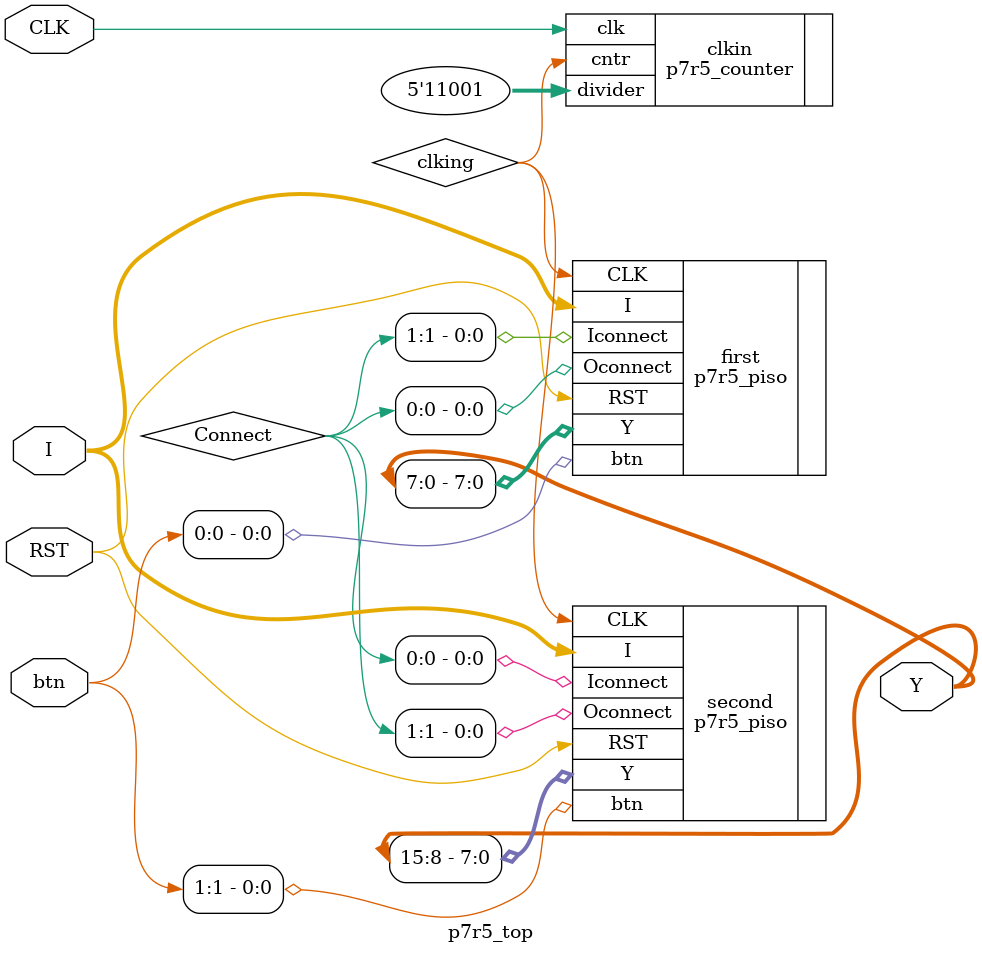
<source format=v>
`timescale 1ns / 1ps


module p7r5_top(
    input CLK, RST,
    input [7:0] I,
    input [1:0] btn,
    output [15:0] Y
    );
    wire clking;
    wire [1:0] Connect;
    p7r5_counter clkin (.clk(CLK),.cntr(clking),.divider(5'd25));
    p7r5_piso first (.Iconnect(Connect[1]),.I(I),.CLK(clking),.RST(RST),.Oconnect(Connect[0]),.Y(Y[7:0]),.btn(btn[0]));
    p7r5_piso second (.Iconnect(Connect[0]),.I(I),.CLK(clking),.RST(RST),.Oconnect(Connect[1]),.Y(Y[15:8]),.btn(btn[1]));
    
endmodule

</source>
